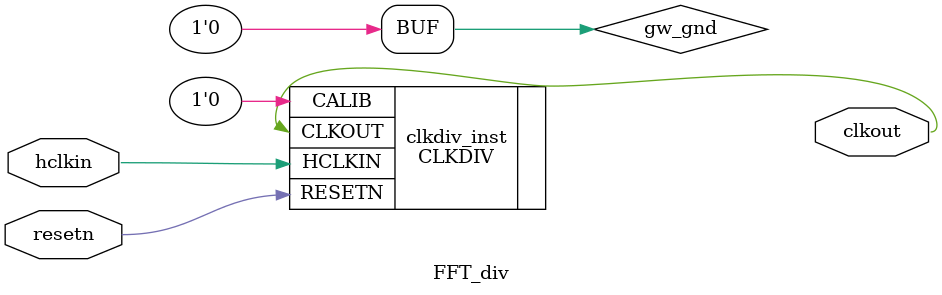
<source format=v>

module FFT_div (clkout, hclkin, resetn);

output clkout;
input hclkin;
input resetn;

wire gw_gnd;

assign gw_gnd = 1'b0;

CLKDIV clkdiv_inst (
    .CLKOUT(clkout),
    .HCLKIN(hclkin),
    .RESETN(resetn),
    .CALIB(gw_gnd)
);

defparam clkdiv_inst.DIV_MODE = "5";

endmodule //FFT_div

</source>
